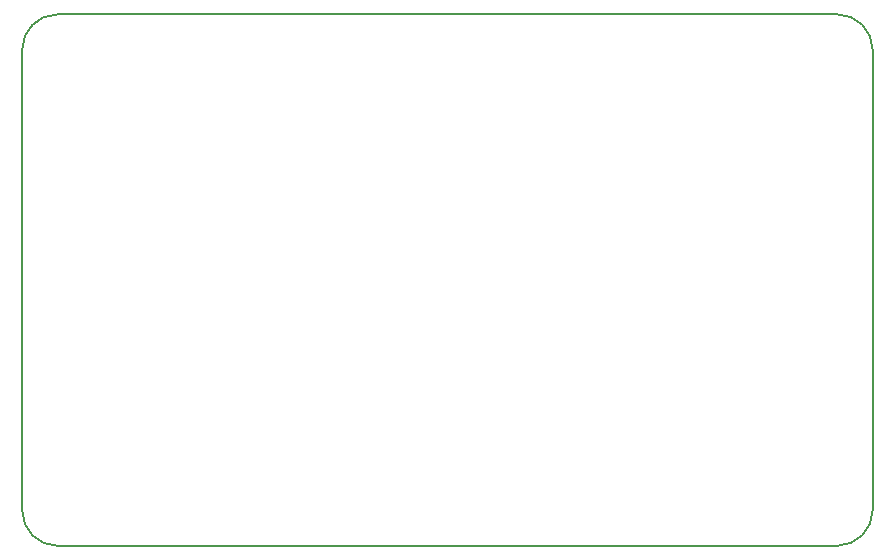
<source format=gbr>
G04 #@! TF.GenerationSoftware,KiCad,Pcbnew,5.0.2+dfsg1-1*
G04 #@! TF.CreationDate,2021-10-10T22:00:12+03:00*
G04 #@! TF.ProjectId,Brizer-ZigBee,4272697a-6572-42d5-9a69-674265652e6b,rev?*
G04 #@! TF.SameCoordinates,Original*
G04 #@! TF.FileFunction,Profile,NP*
%FSLAX46Y46*%
G04 Gerber Fmt 4.6, Leading zero omitted, Abs format (unit mm)*
G04 Created by KiCad (PCBNEW 5.0.2+dfsg1-1) date Вс 10 окт 2021 22:00:12*
%MOMM*%
%LPD*%
G01*
G04 APERTURE LIST*
%ADD10C,0.150000*%
G04 APERTURE END LIST*
D10*
X117000000Y-114000000D02*
G75*
G02X114000000Y-111000000I0J3000000D01*
G01*
X114000000Y-72000000D02*
G75*
G02X117000000Y-69000000I3000000J0D01*
G01*
X186000000Y-111000000D02*
G75*
G02X183000000Y-114000000I-3000000J0D01*
G01*
X183000000Y-69000000D02*
G75*
G02X186000000Y-72000000I0J-3000000D01*
G01*
X117000000Y-69000000D02*
X183000000Y-69000000D01*
X114000000Y-111000000D02*
X114000000Y-72000000D01*
X183000000Y-114000000D02*
X117000000Y-114000000D01*
X186000000Y-72000000D02*
X186000000Y-111000000D01*
M02*

</source>
